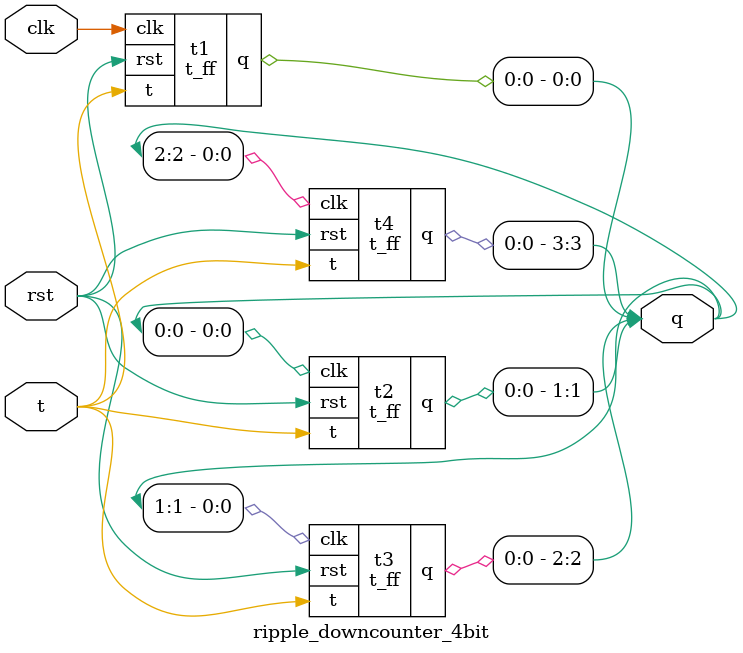
<source format=v>
module t_ff(input clk,rst,t,output reg q);

always@(posedge clk or posedge rst)begin

if(rst)
q<=0;
else  
q<=~q;
end

endmodule 

module ripple_downcounter_4bit(input clk,rst,t,output [3:0]q);

t_ff t1(clk,rst,t,q[0]);
t_ff t2(q[0],rst,t,q[1]);
t_ff t3(q[1],rst,t,q[2]);
t_ff t4(q[2],rst,t,q[3]);
endmodule

</source>
